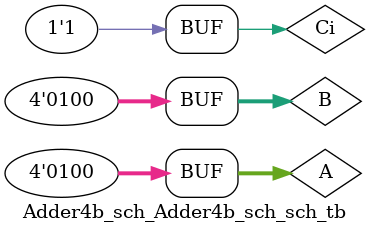
<source format=v>

`timescale 1ns / 1ps

module Adder4b_sch_Adder4b_sch_sch_tb();

// Inputs
   reg [3:0] A;
   reg [3:0] B;
   reg Ci;

// Output
   wire Co;
   wire [3:0] S;

// Bidirs

// Instantiate the UUT
   Adder4b_sch UUT (
		.Co(Co), 
		.S(S), 
		.A(A), 
		.B(B), 
		.Ci(Ci)
   );
// Initialize Inputs
initial begin
		A = 0;
		B = 0;
		Ci = 0;
		
		A=4'b0001;
		B=4'b0100;
		Ci=0;
		#100;
		
		A=4'b1000;
		B=4'b1000;
		#100;
		
		Ci=1;
		#100;
		
		A=4'b0100;
		B=4'b0100;
		Ci=1;
		#100;
		
		
end
endmodule

</source>
